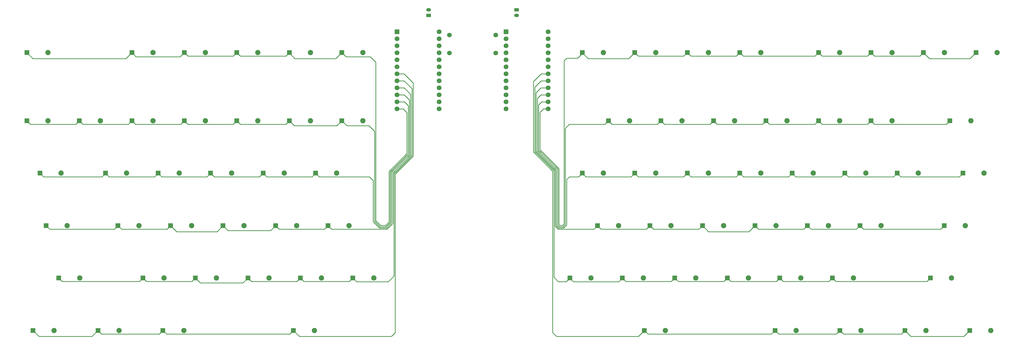
<source format=gbr>
%TF.GenerationSoftware,KiCad,Pcbnew,9.0.2*%
%TF.CreationDate,2025-05-23T00:15:24+09:00*%
%TF.ProjectId,jjongkbd,6a6a6f6e-676b-4626-942e-6b696361645f,0.1*%
%TF.SameCoordinates,Original*%
%TF.FileFunction,Copper,L1,Top*%
%TF.FilePolarity,Positive*%
%FSLAX46Y46*%
G04 Gerber Fmt 4.6, Leading zero omitted, Abs format (unit mm)*
G04 Created by KiCad (PCBNEW 9.0.2) date 2025-05-23 00:15:24*
%MOMM*%
%LPD*%
G01*
G04 APERTURE LIST*
G04 Aperture macros list*
%AMRoundRect*
0 Rectangle with rounded corners*
0 $1 Rounding radius*
0 $2 $3 $4 $5 $6 $7 $8 $9 X,Y pos of 4 corners*
0 Add a 4 corners polygon primitive as box body*
4,1,4,$2,$3,$4,$5,$6,$7,$8,$9,$2,$3,0*
0 Add four circle primitives for the rounded corners*
1,1,$1+$1,$2,$3*
1,1,$1+$1,$4,$5*
1,1,$1+$1,$6,$7*
1,1,$1+$1,$8,$9*
0 Add four rect primitives between the rounded corners*
20,1,$1+$1,$2,$3,$4,$5,0*
20,1,$1+$1,$4,$5,$6,$7,0*
20,1,$1+$1,$6,$7,$8,$9,0*
20,1,$1+$1,$8,$9,$2,$3,0*%
G04 Aperture macros list end*
%TA.AperFunction,ComponentPad*%
%ADD10R,1.778000X1.778000*%
%TD*%
%TA.AperFunction,ComponentPad*%
%ADD11C,1.905000*%
%TD*%
%TA.AperFunction,ComponentPad*%
%ADD12C,1.700000*%
%TD*%
%TA.AperFunction,ComponentPad*%
%ADD13RoundRect,0.240000X-0.635000X0.360000X-0.635000X-0.360000X0.635000X-0.360000X0.635000X0.360000X0*%
%TD*%
%TA.AperFunction,ComponentPad*%
%ADD14O,1.750000X1.200000*%
%TD*%
%TA.AperFunction,ComponentPad*%
%ADD15RoundRect,0.240000X0.635000X-0.360000X0.635000X0.360000X-0.635000X0.360000X-0.635000X-0.360000X0*%
%TD*%
%TA.AperFunction,ComponentPad*%
%ADD16R,1.752600X1.752600*%
%TD*%
%TA.AperFunction,ComponentPad*%
%ADD17C,1.752600*%
%TD*%
%TA.AperFunction,Conductor*%
%ADD18C,0.250000*%
%TD*%
G04 APERTURE END LIST*
D10*
%TO.P,D1,1*%
%TO.N,LR1*%
X34190000Y-62000000D03*
D11*
%TO.P,D1,2*%
%TO.N,function_esc*%
X41810000Y-62000000D03*
%TD*%
D10*
%TO.P,D2,1*%
%TO.N,LR1*%
X72190000Y-62000000D03*
D11*
%TO.P,D2,2*%
%TO.N,function_f1*%
X79810000Y-62000000D03*
%TD*%
D10*
%TO.P,D3,1*%
%TO.N,LR1*%
X91190000Y-62000000D03*
D11*
%TO.P,D3,2*%
%TO.N,function_f2*%
X98810000Y-62000000D03*
%TD*%
D10*
%TO.P,D4,1*%
%TO.N,LR1*%
X110190000Y-62000000D03*
D11*
%TO.P,D4,2*%
%TO.N,function_f3*%
X117810000Y-62000000D03*
%TD*%
D10*
%TO.P,D5,1*%
%TO.N,LR1*%
X129190000Y-62000000D03*
D11*
%TO.P,D5,2*%
%TO.N,function_f4*%
X136810000Y-62000000D03*
%TD*%
D10*
%TO.P,D6,1*%
%TO.N,LR1*%
X148190000Y-62000000D03*
D11*
%TO.P,D6,2*%
%TO.N,function_f5*%
X155810000Y-62000000D03*
%TD*%
D10*
%TO.P,D7,1*%
%TO.N,LR2*%
X34190000Y-86700000D03*
D11*
%TO.P,D7,2*%
%TO.N,num_tilda*%
X41810000Y-86700000D03*
%TD*%
D10*
%TO.P,D8,1*%
%TO.N,LR2*%
X53190000Y-86700000D03*
D11*
%TO.P,D8,2*%
%TO.N,num_one*%
X60810000Y-86700000D03*
%TD*%
D10*
%TO.P,D9,1*%
%TO.N,LR2*%
X72190000Y-86700000D03*
D11*
%TO.P,D9,2*%
%TO.N,num_two*%
X79810000Y-86700000D03*
%TD*%
D10*
%TO.P,D10,1*%
%TO.N,LR2*%
X91190000Y-86700000D03*
D11*
%TO.P,D10,2*%
%TO.N,num_three*%
X98810000Y-86700000D03*
%TD*%
D10*
%TO.P,D11,1*%
%TO.N,LR2*%
X110190000Y-86700000D03*
D11*
%TO.P,D11,2*%
%TO.N,num_four*%
X117810000Y-86700000D03*
%TD*%
D10*
%TO.P,D12,1*%
%TO.N,LR2*%
X129190000Y-86700000D03*
D11*
%TO.P,D12,2*%
%TO.N,num_five*%
X136810000Y-86700000D03*
%TD*%
D10*
%TO.P,D13,1*%
%TO.N,LR2*%
X148190000Y-86700000D03*
D11*
%TO.P,D13,2*%
%TO.N,num_six*%
X155810000Y-86700000D03*
%TD*%
D10*
%TO.P,D14,1*%
%TO.N,LR3*%
X38940000Y-105700000D03*
D11*
%TO.P,D14,2*%
%TO.N,top_tab*%
X46560000Y-105700000D03*
%TD*%
D10*
%TO.P,D15,1*%
%TO.N,LR3*%
X62690000Y-105700000D03*
D11*
%TO.P,D15,2*%
%TO.N,top_q*%
X70310000Y-105700000D03*
%TD*%
D10*
%TO.P,D16,1*%
%TO.N,LR3*%
X81690000Y-105700000D03*
D11*
%TO.P,D16,2*%
%TO.N,top_w*%
X89310000Y-105700000D03*
%TD*%
D10*
%TO.P,D17,1*%
%TO.N,LR3*%
X100690000Y-105700000D03*
D11*
%TO.P,D17,2*%
%TO.N,top_e*%
X108310000Y-105700000D03*
%TD*%
D10*
%TO.P,D18,1*%
%TO.N,LR3*%
X119690000Y-105700000D03*
D11*
%TO.P,D18,2*%
%TO.N,top_r*%
X127310000Y-105700000D03*
%TD*%
D10*
%TO.P,D19,1*%
%TO.N,LR3*%
X138690000Y-105700000D03*
D11*
%TO.P,D19,2*%
%TO.N,top_t*%
X146310000Y-105700000D03*
%TD*%
D10*
%TO.P,D20,1*%
%TO.N,LR4*%
X41190000Y-124700000D03*
D11*
%TO.P,D20,2*%
%TO.N,mid_caps*%
X48810000Y-124700000D03*
%TD*%
D10*
%TO.P,D21,1*%
%TO.N,LR4*%
X67190000Y-124700000D03*
D11*
%TO.P,D21,2*%
%TO.N,mid_a*%
X74810000Y-124700000D03*
%TD*%
D10*
%TO.P,D22,1*%
%TO.N,LR4*%
X86190000Y-124700000D03*
D11*
%TO.P,D22,2*%
%TO.N,mid_s*%
X93810000Y-124700000D03*
%TD*%
D10*
%TO.P,D23,1*%
%TO.N,LR4*%
X105190000Y-124700000D03*
D11*
%TO.P,D23,2*%
%TO.N,mid_d*%
X112810000Y-124700000D03*
%TD*%
D10*
%TO.P,D24,1*%
%TO.N,LR4*%
X124190000Y-124700000D03*
D11*
%TO.P,D24,2*%
%TO.N,mid_f*%
X131810000Y-124700000D03*
%TD*%
D10*
%TO.P,D25,1*%
%TO.N,LR4*%
X143190000Y-124700000D03*
D11*
%TO.P,D25,2*%
%TO.N,mid_g*%
X150810000Y-124700000D03*
%TD*%
D10*
%TO.P,D26,1*%
%TO.N,LR5*%
X45690000Y-143700000D03*
D11*
%TO.P,D26,2*%
%TO.N,bottom_shift*%
X53310000Y-143700000D03*
%TD*%
D10*
%TO.P,D27,1*%
%TO.N,LR5*%
X76190000Y-143700000D03*
D11*
%TO.P,D27,2*%
%TO.N,bottom_z*%
X83810000Y-143700000D03*
%TD*%
D10*
%TO.P,D28,1*%
%TO.N,LR5*%
X95190000Y-143700000D03*
D11*
%TO.P,D28,2*%
%TO.N,bottom_x*%
X102810000Y-143700000D03*
%TD*%
D10*
%TO.P,D29,1*%
%TO.N,LR5*%
X114190000Y-143700000D03*
D11*
%TO.P,D29,2*%
%TO.N,bottom_c*%
X121810000Y-143700000D03*
%TD*%
D10*
%TO.P,D30,1*%
%TO.N,LR5*%
X133190000Y-143700000D03*
D11*
%TO.P,D30,2*%
%TO.N,bottom_v*%
X140810000Y-143700000D03*
%TD*%
D10*
%TO.P,D31,1*%
%TO.N,LR5*%
X152190000Y-143700000D03*
D11*
%TO.P,D31,2*%
%TO.N,bottom_b*%
X159810000Y-143700000D03*
%TD*%
D10*
%TO.P,D32,1*%
%TO.N,LR6*%
X36440000Y-162700000D03*
D11*
%TO.P,D32,2*%
%TO.N,meta_ctrl*%
X44060000Y-162700000D03*
%TD*%
D10*
%TO.P,D33,1*%
%TO.N,LR6*%
X59940000Y-162700000D03*
D11*
%TO.P,D33,2*%
%TO.N,meta_win*%
X67560000Y-162700000D03*
%TD*%
D10*
%TO.P,D34,1*%
%TO.N,LR6*%
X83440000Y-162700000D03*
D11*
%TO.P,D34,2*%
%TO.N,meta_alt*%
X91060000Y-162700000D03*
%TD*%
D10*
%TO.P,D35,1*%
%TO.N,LR6*%
X130690000Y-162700000D03*
D11*
%TO.P,D35,2*%
%TO.N,meta_space*%
X138310000Y-162700000D03*
%TD*%
D10*
%TO.P,D36,1*%
%TO.N,RR6*%
X375440000Y-162700000D03*
D11*
%TO.P,D36,2*%
%TO.N,meta_ctrl_r*%
X383060000Y-162700000D03*
%TD*%
D10*
%TO.P,D37,1*%
%TO.N,RR6*%
X351940000Y-162700000D03*
D11*
%TO.P,D37,2*%
%TO.N,meta_meta*%
X359560000Y-162700000D03*
%TD*%
D10*
%TO.P,D38,1*%
%TO.N,RR6*%
X328440000Y-162700000D03*
D11*
%TO.P,D38,2*%
%TO.N,meta_fn*%
X336060000Y-162700000D03*
%TD*%
D10*
%TO.P,D39,1*%
%TO.N,RR6*%
X304940000Y-162700000D03*
D11*
%TO.P,D39,2*%
%TO.N,meta_alt_r*%
X312560000Y-162700000D03*
%TD*%
D10*
%TO.P,D40,1*%
%TO.N,RR6*%
X257690000Y-162700000D03*
D11*
%TO.P,D40,2*%
%TO.N,meta_space_r*%
X265310000Y-162700000D03*
%TD*%
D10*
%TO.P,D41,1*%
%TO.N,RR5*%
X361190000Y-143700000D03*
D11*
%TO.P,D41,2*%
%TO.N,bottom_shift_r*%
X368810000Y-143700000D03*
%TD*%
D10*
%TO.P,D42,1*%
%TO.N,RR5*%
X325690000Y-143700000D03*
D11*
%TO.P,D42,2*%
%TO.N,bottom_slash*%
X333310000Y-143700000D03*
%TD*%
D10*
%TO.P,D43,1*%
%TO.N,RR5*%
X306690000Y-143700000D03*
D11*
%TO.P,D43,2*%
%TO.N,bottom_period*%
X314310000Y-143700000D03*
%TD*%
D10*
%TO.P,D44,1*%
%TO.N,RR5*%
X287690000Y-143700000D03*
D11*
%TO.P,D44,2*%
%TO.N,bottom_comma*%
X295310000Y-143700000D03*
%TD*%
D10*
%TO.P,D45,1*%
%TO.N,RR5*%
X268690000Y-143700000D03*
D11*
%TO.P,D45,2*%
%TO.N,bottom_m*%
X276310000Y-143700000D03*
%TD*%
D10*
%TO.P,D46,1*%
%TO.N,RR5*%
X249690000Y-143700000D03*
D11*
%TO.P,D46,2*%
%TO.N,bottom_n*%
X257310000Y-143700000D03*
%TD*%
D10*
%TO.P,D47,1*%
%TO.N,RR5*%
X230690000Y-143700000D03*
D11*
%TO.P,D47,2*%
%TO.N,bottom_b_r*%
X238310000Y-143700000D03*
%TD*%
D10*
%TO.P,D48,1*%
%TO.N,RR4*%
X366190000Y-124700000D03*
D11*
%TO.P,D48,2*%
%TO.N,mid_enter*%
X373810000Y-124700000D03*
%TD*%
D10*
%TO.P,D49,1*%
%TO.N,RR4*%
X335690000Y-124700000D03*
D11*
%TO.P,D49,2*%
%TO.N,mid_quote*%
X343310000Y-124700000D03*
%TD*%
D10*
%TO.P,D50,1*%
%TO.N,RR4*%
X316690000Y-124700000D03*
D11*
%TO.P,D50,2*%
%TO.N,mid_colon*%
X324310000Y-124700000D03*
%TD*%
D10*
%TO.P,D51,1*%
%TO.N,RR4*%
X297690000Y-124700000D03*
D11*
%TO.P,D51,2*%
%TO.N,mid_l*%
X305310000Y-124700000D03*
%TD*%
D10*
%TO.P,D52,1*%
%TO.N,RR4*%
X278690000Y-124700000D03*
D11*
%TO.P,D52,2*%
%TO.N,mid_k*%
X286310000Y-124700000D03*
%TD*%
D10*
%TO.P,D53,1*%
%TO.N,RR4*%
X259690000Y-124700000D03*
D11*
%TO.P,D53,2*%
%TO.N,mid_j*%
X267310000Y-124700000D03*
%TD*%
D10*
%TO.P,D54,1*%
%TO.N,RR4*%
X240690000Y-124700000D03*
D11*
%TO.P,D54,2*%
%TO.N,mid_h*%
X248310000Y-124700000D03*
%TD*%
D10*
%TO.P,D55,1*%
%TO.N,RR3*%
X372940000Y-105700000D03*
D11*
%TO.P,D55,2*%
%TO.N,top_pipe*%
X380560000Y-105700000D03*
%TD*%
D10*
%TO.P,D56,1*%
%TO.N,RR3*%
X349190000Y-105700000D03*
D11*
%TO.P,D56,2*%
%TO.N,top_right_paren*%
X356810000Y-105700000D03*
%TD*%
D10*
%TO.P,D57,1*%
%TO.N,RR3*%
X330190000Y-105700000D03*
D11*
%TO.P,D57,2*%
%TO.N,top_left_paren*%
X337810000Y-105700000D03*
%TD*%
D10*
%TO.P,D58,1*%
%TO.N,RR3*%
X311190000Y-105700000D03*
D11*
%TO.P,D58,2*%
%TO.N,top_p*%
X318810000Y-105700000D03*
%TD*%
D10*
%TO.P,D59,1*%
%TO.N,RR3*%
X292190000Y-105700000D03*
D11*
%TO.P,D59,2*%
%TO.N,top_o*%
X299810000Y-105700000D03*
%TD*%
D10*
%TO.P,D60,1*%
%TO.N,RR3*%
X273190000Y-105700000D03*
D11*
%TO.P,D60,2*%
%TO.N,top_i*%
X280810000Y-105700000D03*
%TD*%
D10*
%TO.P,D61,1*%
%TO.N,RR3*%
X254190000Y-105700000D03*
D11*
%TO.P,D61,2*%
%TO.N,top_u*%
X261810000Y-105700000D03*
%TD*%
D10*
%TO.P,D62,1*%
%TO.N,RR3*%
X235190000Y-105700000D03*
D11*
%TO.P,D62,2*%
%TO.N,top_y*%
X242810000Y-105700000D03*
%TD*%
D10*
%TO.P,D63,1*%
%TO.N,RR2*%
X368190000Y-86700000D03*
D11*
%TO.P,D63,2*%
%TO.N,num_backspace*%
X375810000Y-86700000D03*
%TD*%
D10*
%TO.P,D64,1*%
%TO.N,RR2*%
X339690000Y-86700000D03*
D11*
%TO.P,D64,2*%
%TO.N,num_plus*%
X347310000Y-86700000D03*
%TD*%
D10*
%TO.P,D65,1*%
%TO.N,RR2*%
X320690000Y-86700000D03*
D11*
%TO.P,D65,2*%
%TO.N,num_minus*%
X328310000Y-86700000D03*
%TD*%
D10*
%TO.P,D66,1*%
%TO.N,RR2*%
X301690000Y-86700000D03*
D11*
%TO.P,D66,2*%
%TO.N,num_zero*%
X309310000Y-86700000D03*
%TD*%
D10*
%TO.P,D67,1*%
%TO.N,RR2*%
X282690000Y-86700000D03*
D11*
%TO.P,D67,2*%
%TO.N,num_nine*%
X290310000Y-86700000D03*
%TD*%
D10*
%TO.P,D68,1*%
%TO.N,RR2*%
X263690000Y-86700000D03*
D11*
%TO.P,D68,2*%
%TO.N,num_eight*%
X271310000Y-86700000D03*
%TD*%
D10*
%TO.P,D69,1*%
%TO.N,RR2*%
X244690000Y-86700000D03*
D11*
%TO.P,D69,2*%
%TO.N,num_seven*%
X252310000Y-86700000D03*
%TD*%
D10*
%TO.P,D70,1*%
%TO.N,RR1*%
X377690000Y-62000000D03*
D11*
%TO.P,D70,2*%
%TO.N,function_f12*%
X385310000Y-62000000D03*
%TD*%
D10*
%TO.P,D71,1*%
%TO.N,RR1*%
X358690000Y-62000000D03*
D11*
%TO.P,D71,2*%
%TO.N,function_f11*%
X366310000Y-62000000D03*
%TD*%
D10*
%TO.P,D72,1*%
%TO.N,RR1*%
X339690000Y-62000000D03*
D11*
%TO.P,D72,2*%
%TO.N,function_f10*%
X347310000Y-62000000D03*
%TD*%
D10*
%TO.P,D73,1*%
%TO.N,RR1*%
X320690000Y-62000000D03*
D11*
%TO.P,D73,2*%
%TO.N,function_f9*%
X328310000Y-62000000D03*
%TD*%
D10*
%TO.P,D74,1*%
%TO.N,RR1*%
X292190000Y-62000000D03*
D11*
%TO.P,D74,2*%
%TO.N,function_f8*%
X299810000Y-62000000D03*
%TD*%
D10*
%TO.P,D75,1*%
%TO.N,RR1*%
X273190000Y-62000000D03*
D11*
%TO.P,D75,2*%
%TO.N,function_f7*%
X280810000Y-62000000D03*
%TD*%
D10*
%TO.P,D76,1*%
%TO.N,RR1*%
X254190000Y-62000000D03*
D11*
%TO.P,D76,2*%
%TO.N,function_f6*%
X261810000Y-62000000D03*
%TD*%
D10*
%TO.P,D77,1*%
%TO.N,RR1*%
X235190000Y-62000000D03*
D11*
%TO.P,D77,2*%
%TO.N,function_f5_r*%
X242810000Y-62000000D03*
%TD*%
D12*
%TO.P,RST1,2*%
%TO.N,LGND*%
X187150000Y-62150000D03*
%TO.P,RST1,1*%
%TO.N,LRST*%
X187150000Y-55650000D03*
%TD*%
%TO.P,RST2,2*%
%TO.N,RGND*%
X203850000Y-62150000D03*
%TO.P,RST2,1*%
%TO.N,RRST*%
X203850000Y-55650000D03*
%TD*%
D13*
%TO.P,JST1,1*%
%TO.N,LGND*%
X179550000Y-48500000D03*
D14*
%TO.P,JST1,2*%
%TO.N,LBAT*%
X179550000Y-46500000D03*
%TD*%
D15*
%TO.P,JST2,1*%
%TO.N,RGND*%
X211450000Y-46500000D03*
D14*
%TO.P,JST2,2*%
%TO.N,RBAT*%
X211450000Y-48500000D03*
%TD*%
D16*
%TO.P,MCU1,1*%
%TO.N,LRAW*%
X168130000Y-54430000D03*
D17*
%TO.P,MCU1,2*%
%TO.N,LGND*%
X168130000Y-56970000D03*
%TO.P,MCU1,3*%
%TO.N,LRST*%
X168130000Y-59510000D03*
%TO.P,MCU1,4*%
%TO.N,LVCC*%
X168130000Y-62050000D03*
%TO.P,MCU1,5*%
%TO.N,LP21*%
X168130000Y-64590000D03*
%TO.P,MCU1,6*%
%TO.N,LP20*%
X168130000Y-67130000D03*
%TO.P,MCU1,7*%
%TO.N,LR6*%
X168130000Y-69670000D03*
%TO.P,MCU1,8*%
%TO.N,LR5*%
X168130000Y-72210000D03*
%TO.P,MCU1,9*%
%TO.N,LR4*%
X168130000Y-74750000D03*
%TO.P,MCU1,10*%
%TO.N,LR3*%
X168130000Y-77290000D03*
%TO.P,MCU1,11*%
%TO.N,LR2*%
X168130000Y-79830000D03*
%TO.P,MCU1,12*%
%TO.N,LR1*%
X168130000Y-82370000D03*
%TO.P,MCU1,13*%
%TO.N,LP1*%
X183370000Y-54430000D03*
%TO.P,MCU1,14*%
%TO.N,LP0*%
X183370000Y-56970000D03*
%TO.P,MCU1,15*%
%TO.N,LGND*%
X183370000Y-59510000D03*
%TO.P,MCU1,16*%
X183370000Y-62050000D03*
%TO.P,MCU1,17*%
%TO.N,LP2*%
X183370000Y-64590000D03*
%TO.P,MCU1,18*%
%TO.N,LC7*%
X183370000Y-67130000D03*
%TO.P,MCU1,19*%
%TO.N,LC6*%
X183370000Y-69670000D03*
%TO.P,MCU1,20*%
%TO.N,LC5*%
X183370000Y-72210000D03*
%TO.P,MCU1,21*%
%TO.N,LC4*%
X183370000Y-74750000D03*
%TO.P,MCU1,22*%
%TO.N,LC3*%
X183370000Y-77290000D03*
%TO.P,MCU1,23*%
%TO.N,LC2*%
X183370000Y-79830000D03*
%TO.P,MCU1,24*%
%TO.N,LC1*%
X183370000Y-82370000D03*
%TD*%
D16*
%TO.P,MCU2,1*%
%TO.N,RRAW*%
X207630000Y-54430000D03*
D17*
%TO.P,MCU2,2*%
%TO.N,RGND*%
X207630000Y-56970000D03*
%TO.P,MCU2,3*%
%TO.N,RRST*%
X207630000Y-59510000D03*
%TO.P,MCU2,4*%
%TO.N,RVCC*%
X207630000Y-62050000D03*
%TO.P,MCU2,5*%
%TO.N,RC1*%
X207630000Y-64590000D03*
%TO.P,MCU2,6*%
%TO.N,RC2*%
X207630000Y-67130000D03*
%TO.P,MCU2,7*%
%TO.N,RC3*%
X207630000Y-69670000D03*
%TO.P,MCU2,8*%
%TO.N,RC4*%
X207630000Y-72210000D03*
%TO.P,MCU2,9*%
%TO.N,RC5*%
X207630000Y-74750000D03*
%TO.P,MCU2,10*%
%TO.N,RC6*%
X207630000Y-77290000D03*
%TO.P,MCU2,11*%
%TO.N,RC7*%
X207630000Y-79830000D03*
%TO.P,MCU2,12*%
%TO.N,RC8*%
X207630000Y-82370000D03*
%TO.P,MCU2,13*%
%TO.N,RP1*%
X222870000Y-54430000D03*
%TO.P,MCU2,14*%
%TO.N,RP0*%
X222870000Y-56970000D03*
%TO.P,MCU2,15*%
%TO.N,RGND*%
X222870000Y-59510000D03*
%TO.P,MCU2,16*%
X222870000Y-62050000D03*
%TO.P,MCU2,17*%
%TO.N,RP2*%
X222870000Y-64590000D03*
%TO.P,MCU2,18*%
%TO.N,RP3*%
X222870000Y-67130000D03*
%TO.P,MCU2,19*%
%TO.N,RR6*%
X222870000Y-69670000D03*
%TO.P,MCU2,20*%
%TO.N,RR5*%
X222870000Y-72210000D03*
%TO.P,MCU2,21*%
%TO.N,RR4*%
X222870000Y-74750000D03*
%TO.P,MCU2,22*%
%TO.N,RR3*%
X222870000Y-77290000D03*
%TO.P,MCU2,23*%
%TO.N,RR2*%
X222870000Y-79830000D03*
%TO.P,MCU2,24*%
%TO.N,RR1*%
X222870000Y-82370000D03*
%TD*%
D18*
%TO.N,RR1*%
X235190000Y-62000000D02*
X235190000Y-62310000D01*
X235190000Y-62310000D02*
X233500000Y-64000000D01*
X228598000Y-64902000D02*
X228598000Y-124126380D01*
X228077380Y-124647000D02*
X227147000Y-124647000D01*
X229500000Y-64000000D02*
X228598000Y-64902000D01*
X228598000Y-124126380D02*
X228077380Y-124647000D01*
X226755000Y-104065950D02*
X219853000Y-97163950D01*
X227147000Y-124647000D02*
X226755000Y-124255000D01*
X221130000Y-82370000D02*
X222870000Y-82370000D01*
X226755000Y-124255000D02*
X226755000Y-104065950D01*
X219853000Y-97163950D02*
X219853000Y-83647000D01*
X233500000Y-64000000D02*
X229500000Y-64000000D01*
X219853000Y-83647000D02*
X221130000Y-82370000D01*
%TO.N,RR3*%
X222870000Y-77290000D02*
X220210000Y-77290000D01*
X229500000Y-108000000D02*
X230500000Y-107000000D01*
X233890000Y-107000000D02*
X235190000Y-105700000D01*
X218951000Y-78549000D02*
X218951000Y-97537570D01*
X220210000Y-77290000D02*
X218951000Y-78549000D01*
X225853000Y-104439570D02*
X225853000Y-124715190D01*
X225853000Y-124715190D02*
X226686810Y-125549000D01*
X226686810Y-125549000D02*
X228451000Y-125549000D01*
X218951000Y-97537570D02*
X225853000Y-104439570D01*
X228451000Y-125549000D02*
X229500000Y-124500000D01*
X229500000Y-124500000D02*
X229500000Y-108000000D01*
X230500000Y-107000000D02*
X233890000Y-107000000D01*
%TO.N,RR2*%
X222870000Y-79830000D02*
X220494971Y-79830000D01*
X226304000Y-124528380D02*
X226873620Y-125098000D01*
X226873620Y-125098000D02*
X228264190Y-125098000D01*
X219402000Y-97350760D02*
X226304000Y-104252760D01*
X226304000Y-104252760D02*
X226304000Y-124528380D01*
X220494971Y-79830000D02*
X219402000Y-80922971D01*
X228264190Y-125098000D02*
X229049000Y-124313190D01*
X229049000Y-124313190D02*
X229049000Y-89451000D01*
X229049000Y-89451000D02*
X230500000Y-88000000D01*
X219402000Y-80922971D02*
X219402000Y-97350760D01*
X230500000Y-88000000D02*
X243390000Y-88000000D01*
X243390000Y-88000000D02*
X244690000Y-86700000D01*
%TO.N,RR4*%
X222870000Y-74750000D02*
X220250000Y-74750000D01*
X220250000Y-74750000D02*
X218451000Y-76549000D01*
X218451000Y-76549000D02*
X218451000Y-97675380D01*
X218451000Y-97675380D02*
X225402000Y-104626380D01*
X225402000Y-104626380D02*
X225402000Y-124902000D01*
X225402000Y-124902000D02*
X226500000Y-126000000D01*
X226500000Y-126000000D02*
X239390000Y-126000000D01*
X239390000Y-126000000D02*
X240690000Y-124700000D01*
%TO.N,RR5*%
X229390000Y-145000000D02*
X226500000Y-145000000D01*
X226500000Y-145000000D02*
X224951000Y-143451000D01*
X224951000Y-143451000D02*
X224951000Y-104813190D01*
X218000000Y-97862190D02*
X218000000Y-74500000D01*
X224951000Y-104813190D02*
X218000000Y-97862190D01*
X230690000Y-143700000D02*
X229390000Y-145000000D01*
X218000000Y-74500000D02*
X220290000Y-72210000D01*
X220290000Y-72210000D02*
X222870000Y-72210000D01*
%TO.N,RR6*%
X222870000Y-69670000D02*
X220330000Y-69670000D01*
X217500000Y-72500000D02*
X217500000Y-98000000D01*
X220330000Y-69670000D02*
X217500000Y-72500000D01*
X225876000Y-164876000D02*
X255514000Y-164876000D01*
X224500000Y-105000000D02*
X224500000Y-163500000D01*
X255514000Y-164876000D02*
X257690000Y-162700000D01*
X217500000Y-98000000D02*
X224500000Y-105000000D01*
X224500000Y-163500000D02*
X225876000Y-164876000D01*
%TO.N,RR1*%
X222630000Y-82370000D02*
X222500000Y-82500000D01*
%TO.N,RR6*%
X351940000Y-162700000D02*
X354116000Y-164876000D01*
X354116000Y-164876000D02*
X373264000Y-164876000D01*
X373264000Y-164876000D02*
X375440000Y-162700000D01*
X328440000Y-162700000D02*
X329718500Y-163978500D01*
X329718500Y-163978500D02*
X350661500Y-163978500D01*
X350661500Y-163978500D02*
X351940000Y-162700000D01*
X304940000Y-162700000D02*
X306218500Y-163978500D01*
X306218500Y-163978500D02*
X327161500Y-163978500D01*
X327161500Y-163978500D02*
X328440000Y-162700000D01*
X257690000Y-162700000D02*
X258990000Y-164000000D01*
X258990000Y-164000000D02*
X303640000Y-164000000D01*
X303640000Y-164000000D02*
X304940000Y-162700000D01*
%TO.N,RR5*%
X325690000Y-143700000D02*
X326968500Y-144978500D01*
X326968500Y-144978500D02*
X359911500Y-144978500D01*
X359911500Y-144978500D02*
X361190000Y-143700000D01*
X306690000Y-143700000D02*
X307968500Y-144978500D01*
X324411500Y-144978500D02*
X325690000Y-143700000D01*
X307968500Y-144978500D02*
X324411500Y-144978500D01*
X287690000Y-143700000D02*
X288968500Y-144978500D01*
X288968500Y-144978500D02*
X305411500Y-144978500D01*
X305411500Y-144978500D02*
X306690000Y-143700000D01*
X268690000Y-143700000D02*
X269968500Y-144978500D01*
X286411500Y-144978500D02*
X287690000Y-143700000D01*
X269968500Y-144978500D02*
X286411500Y-144978500D01*
X249690000Y-143700000D02*
X250968500Y-144978500D01*
X267411500Y-144978500D02*
X268690000Y-143700000D01*
X250968500Y-144978500D02*
X267411500Y-144978500D01*
X230690000Y-143700000D02*
X231990000Y-145000000D01*
X231990000Y-145000000D02*
X248390000Y-145000000D01*
X248390000Y-145000000D02*
X249690000Y-143700000D01*
%TO.N,RR4*%
X278690000Y-124700000D02*
X280866000Y-126876000D01*
X280866000Y-126876000D02*
X295514000Y-126876000D01*
X295514000Y-126876000D02*
X297690000Y-124700000D01*
X259690000Y-124700000D02*
X260968500Y-125978500D01*
X260968500Y-125978500D02*
X277411500Y-125978500D01*
X277411500Y-125978500D02*
X278690000Y-124700000D01*
X259690000Y-124700000D02*
X258411500Y-125978500D01*
X258411500Y-125978500D02*
X241968500Y-125978500D01*
X241968500Y-125978500D02*
X240690000Y-124700000D01*
X297690000Y-124700000D02*
X298968500Y-125978500D01*
X298968500Y-125978500D02*
X315411500Y-125978500D01*
X315411500Y-125978500D02*
X316690000Y-124700000D01*
X316690000Y-124700000D02*
X317990000Y-126000000D01*
X317990000Y-126000000D02*
X334390000Y-126000000D01*
X334390000Y-126000000D02*
X335690000Y-124700000D01*
X335690000Y-124700000D02*
X336968500Y-125978500D01*
X336968500Y-125978500D02*
X364911500Y-125978500D01*
X364911500Y-125978500D02*
X366190000Y-124700000D01*
%TO.N,RR3*%
X349190000Y-105700000D02*
X350468500Y-106978500D01*
X350468500Y-106978500D02*
X371661500Y-106978500D01*
X371661500Y-106978500D02*
X372940000Y-105700000D01*
X330190000Y-105700000D02*
X331468500Y-106978500D01*
X331468500Y-106978500D02*
X347911500Y-106978500D01*
X347911500Y-106978500D02*
X349190000Y-105700000D01*
X311190000Y-105700000D02*
X312468500Y-106978500D01*
X312468500Y-106978500D02*
X328911500Y-106978500D01*
X328911500Y-106978500D02*
X330190000Y-105700000D01*
X292190000Y-105700000D02*
X293468500Y-106978500D01*
X293468500Y-106978500D02*
X309911500Y-106978500D01*
X309911500Y-106978500D02*
X311190000Y-105700000D01*
X273190000Y-105700000D02*
X274468500Y-106978500D01*
X274468500Y-106978500D02*
X290911500Y-106978500D01*
X290911500Y-106978500D02*
X292190000Y-105700000D01*
X254190000Y-105700000D02*
X255468500Y-106978500D01*
X255468500Y-106978500D02*
X271911500Y-106978500D01*
X271911500Y-106978500D02*
X273190000Y-105700000D01*
X235190000Y-105700000D02*
X236468500Y-106978500D01*
X236468500Y-106978500D02*
X252911500Y-106978500D01*
X252911500Y-106978500D02*
X254190000Y-105700000D01*
%TO.N,RR2*%
X263690000Y-86700000D02*
X262411500Y-87978500D01*
X262411500Y-87978500D02*
X245968500Y-87978500D01*
X245968500Y-87978500D02*
X244690000Y-86700000D01*
X282690000Y-86700000D02*
X281411500Y-87978500D01*
X281411500Y-87978500D02*
X264968500Y-87978500D01*
X264968500Y-87978500D02*
X263690000Y-86700000D01*
X301690000Y-86700000D02*
X300411500Y-87978500D01*
X283968500Y-87978500D02*
X282690000Y-86700000D01*
X300411500Y-87978500D02*
X283968500Y-87978500D01*
X320690000Y-86700000D02*
X319411500Y-87978500D01*
X319411500Y-87978500D02*
X302968500Y-87978500D01*
X302968500Y-87978500D02*
X301690000Y-86700000D01*
X339690000Y-86700000D02*
X338411500Y-87978500D01*
X338411500Y-87978500D02*
X321968500Y-87978500D01*
X321968500Y-87978500D02*
X320690000Y-86700000D01*
X368190000Y-86700000D02*
X366911500Y-87978500D01*
X366911500Y-87978500D02*
X340968500Y-87978500D01*
X340968500Y-87978500D02*
X339690000Y-86700000D01*
%TO.N,RR1*%
X358690000Y-62000000D02*
X360866000Y-64176000D01*
X360866000Y-64176000D02*
X375514000Y-64176000D01*
X375514000Y-64176000D02*
X377690000Y-62000000D01*
X339690000Y-62000000D02*
X340968500Y-63278500D01*
X340968500Y-63278500D02*
X357411500Y-63278500D01*
X357411500Y-63278500D02*
X358690000Y-62000000D01*
X320690000Y-62000000D02*
X321968500Y-63278500D01*
X321968500Y-63278500D02*
X338411500Y-63278500D01*
X338411500Y-63278500D02*
X339690000Y-62000000D01*
X292190000Y-62000000D02*
X293468500Y-63278500D01*
X293468500Y-63278500D02*
X319411500Y-63278500D01*
X319411500Y-63278500D02*
X320690000Y-62000000D01*
X273190000Y-62000000D02*
X274468500Y-63278500D01*
X274468500Y-63278500D02*
X290911500Y-63278500D01*
X290911500Y-63278500D02*
X292190000Y-62000000D01*
X254190000Y-62000000D02*
X255468500Y-63278500D01*
X255468500Y-63278500D02*
X271911500Y-63278500D01*
X271911500Y-63278500D02*
X273190000Y-62000000D01*
X235190000Y-62000000D02*
X237366000Y-64176000D01*
X237366000Y-64176000D02*
X252014000Y-64176000D01*
X252014000Y-64176000D02*
X254190000Y-62000000D01*
%TO.N,LR1*%
X165245000Y-123341570D02*
X165245000Y-105065950D01*
X158500000Y-63500000D02*
X160451000Y-65451000D01*
X160451000Y-122922620D02*
X162175380Y-124647000D01*
X148190000Y-62000000D02*
X149690000Y-63500000D01*
X160451000Y-65451000D02*
X160451000Y-122922620D01*
X162175380Y-124647000D02*
X163939570Y-124647000D01*
X163939570Y-124647000D02*
X165245000Y-123341570D01*
X149690000Y-63500000D02*
X158500000Y-63500000D01*
X171745000Y-98565950D02*
X171745000Y-83745000D01*
X170370000Y-82370000D02*
X168130000Y-82370000D01*
X165245000Y-105065950D02*
X171745000Y-98565950D01*
X171745000Y-83745000D02*
X170370000Y-82370000D01*
%TO.N,LR6*%
X83440000Y-162700000D02*
X84718500Y-163978500D01*
X84718500Y-163978500D02*
X129411500Y-163978500D01*
X129411500Y-163978500D02*
X130690000Y-162700000D01*
X59940000Y-162700000D02*
X61218500Y-163978500D01*
X61218500Y-163978500D02*
X82161500Y-163978500D01*
X82161500Y-163978500D02*
X83440000Y-162700000D01*
X36440000Y-162700000D02*
X38616000Y-164876000D01*
X57764000Y-164876000D02*
X59940000Y-162700000D01*
X38616000Y-164876000D02*
X57764000Y-164876000D01*
%TO.N,LR5*%
X45690000Y-143700000D02*
X46968500Y-144978500D01*
X46968500Y-144978500D02*
X74911500Y-144978500D01*
X74911500Y-144978500D02*
X76190000Y-143700000D01*
X76190000Y-143700000D02*
X77468500Y-144978500D01*
X77468500Y-144978500D02*
X93911500Y-144978500D01*
X93911500Y-144978500D02*
X95190000Y-143700000D01*
X95190000Y-143700000D02*
X96990000Y-145500000D01*
X112390000Y-145500000D02*
X114190000Y-143700000D01*
X96990000Y-145500000D02*
X112390000Y-145500000D01*
X114190000Y-143700000D02*
X115468500Y-144978500D01*
X115468500Y-144978500D02*
X131911500Y-144978500D01*
X131911500Y-144978500D02*
X133190000Y-143700000D01*
X133190000Y-143700000D02*
X134468500Y-144978500D01*
X134468500Y-144978500D02*
X150911500Y-144978500D01*
X150911500Y-144978500D02*
X152190000Y-143700000D01*
%TO.N,LR4*%
X41190000Y-124700000D02*
X42468500Y-125978500D01*
X42468500Y-125978500D02*
X65911500Y-125978500D01*
X65911500Y-125978500D02*
X67190000Y-124700000D01*
X67190000Y-124700000D02*
X68468500Y-125978500D01*
X84911500Y-125978500D02*
X86190000Y-124700000D01*
X68468500Y-125978500D02*
X84911500Y-125978500D01*
X86190000Y-124700000D02*
X88366000Y-126876000D01*
X88366000Y-126876000D02*
X103014000Y-126876000D01*
X103014000Y-126876000D02*
X105190000Y-124700000D01*
X105190000Y-124700000D02*
X106990000Y-126500000D01*
X106990000Y-126500000D02*
X122390000Y-126500000D01*
X122390000Y-126500000D02*
X124190000Y-124700000D01*
X124190000Y-124700000D02*
X125468500Y-125978500D01*
X125468500Y-125978500D02*
X141911500Y-125978500D01*
X141911500Y-125978500D02*
X143190000Y-124700000D01*
%TO.N,LR3*%
X38940000Y-105700000D02*
X40218500Y-106978500D01*
X40218500Y-106978500D02*
X61411500Y-106978500D01*
X61411500Y-106978500D02*
X62690000Y-105700000D01*
X62690000Y-105700000D02*
X63968500Y-106978500D01*
X63968500Y-106978500D02*
X80411500Y-106978500D01*
X80411500Y-106978500D02*
X81690000Y-105700000D01*
X81690000Y-105700000D02*
X82968500Y-106978500D01*
X99411500Y-106978500D02*
X100690000Y-105700000D01*
X82968500Y-106978500D02*
X99411500Y-106978500D01*
X100690000Y-105700000D02*
X101990000Y-107000000D01*
X101990000Y-107000000D02*
X118390000Y-107000000D01*
X118390000Y-107000000D02*
X119690000Y-105700000D01*
%TO.N,LR2*%
X34190000Y-86700000D02*
X35490000Y-88000000D01*
X35490000Y-88000000D02*
X51890000Y-88000000D01*
X51890000Y-88000000D02*
X53190000Y-86700000D01*
X53190000Y-86700000D02*
X54468500Y-87978500D01*
X54468500Y-87978500D02*
X70911500Y-87978500D01*
X70911500Y-87978500D02*
X72190000Y-86700000D01*
X72190000Y-86700000D02*
X73468500Y-87978500D01*
X73468500Y-87978500D02*
X89911500Y-87978500D01*
X89911500Y-87978500D02*
X91190000Y-86700000D01*
%TO.N,LR1*%
X72190000Y-62000000D02*
X73690000Y-63500000D01*
X89690000Y-63500000D02*
X91190000Y-62000000D01*
X73690000Y-63500000D02*
X89690000Y-63500000D01*
X34190000Y-62000000D02*
X36366000Y-64176000D01*
X70014000Y-64176000D02*
X72190000Y-62000000D01*
X36366000Y-64176000D02*
X70014000Y-64176000D01*
%TO.N,LR2*%
X110190000Y-86700000D02*
X111468500Y-87978500D01*
X111468500Y-87978500D02*
X127911500Y-87978500D01*
X127911500Y-87978500D02*
X129190000Y-86700000D01*
X91190000Y-86700000D02*
X92468500Y-87978500D01*
X108911500Y-87978500D02*
X110190000Y-86700000D01*
X92468500Y-87978500D02*
X108911500Y-87978500D01*
%TO.N,LR1*%
X91190000Y-62000000D02*
X92468500Y-63278500D01*
X92468500Y-63278500D02*
X108911500Y-63278500D01*
X108911500Y-63278500D02*
X110190000Y-62000000D01*
X110190000Y-62000000D02*
X111468500Y-63278500D01*
X111468500Y-63278500D02*
X127911500Y-63278500D01*
X127911500Y-63278500D02*
X129190000Y-62000000D01*
X129190000Y-62000000D02*
X129000000Y-62000000D01*
X131176000Y-64176000D02*
X146014000Y-64176000D01*
X129000000Y-62000000D02*
X131176000Y-64176000D01*
X146014000Y-64176000D02*
X148190000Y-62000000D01*
%TO.N,LR6*%
X130690000Y-162700000D02*
X132866000Y-164876000D01*
X132866000Y-164876000D02*
X166124000Y-164876000D01*
X167500000Y-163500000D02*
X167500000Y-106000000D01*
X166124000Y-164876000D02*
X167500000Y-163500000D01*
X167500000Y-106000000D02*
X174000000Y-99500000D01*
X174000000Y-99500000D02*
X174000000Y-73000000D01*
X174000000Y-73000000D02*
X170670000Y-69670000D01*
X170670000Y-69670000D02*
X168130000Y-69670000D01*
%TO.N,LR2*%
X150000000Y-88500000D02*
X158000000Y-88500000D01*
X158000000Y-88500000D02*
X160000000Y-90500000D01*
X148190000Y-86700000D02*
X148200000Y-86700000D01*
X160000000Y-123109430D02*
X161988570Y-125098000D01*
X164126380Y-125098000D02*
X165696000Y-123528380D01*
X160000000Y-90500000D02*
X160000000Y-123109430D01*
X161988570Y-125098000D02*
X164126380Y-125098000D01*
X165696000Y-123528380D02*
X165696000Y-105252760D01*
X165696000Y-105252760D02*
X172196000Y-98752760D01*
X172196000Y-98752760D02*
X172196000Y-81196000D01*
X148200000Y-86700000D02*
X150000000Y-88500000D01*
X172196000Y-81196000D02*
X170830000Y-79830000D01*
X170830000Y-79830000D02*
X168130000Y-79830000D01*
%TO.N,LR3*%
X138690000Y-105700000D02*
X139968500Y-106978500D01*
X158133385Y-106978500D02*
X159549000Y-108394115D01*
X139968500Y-106978500D02*
X158133385Y-106978500D01*
X161801760Y-125549000D02*
X164313190Y-125549000D01*
X159549000Y-108394115D02*
X159549000Y-123296240D01*
X170790000Y-77290000D02*
X168130000Y-77290000D01*
X164313190Y-125549000D02*
X166147000Y-123715190D01*
X172647000Y-98939570D02*
X172647000Y-79147000D01*
X166147000Y-105439570D02*
X172647000Y-98939570D01*
X172647000Y-79147000D02*
X170790000Y-77290000D01*
X159549000Y-123296240D02*
X161801760Y-125549000D01*
X166147000Y-123715190D02*
X166147000Y-105439570D01*
X119690000Y-105700000D02*
X120968500Y-106978500D01*
X120968500Y-106978500D02*
X137411500Y-106978500D01*
X137411500Y-106978500D02*
X138690000Y-105700000D01*
%TO.N,LR2*%
X148190000Y-86700000D02*
X146390000Y-88500000D01*
X146390000Y-88500000D02*
X130990000Y-88500000D01*
X130990000Y-88500000D02*
X129190000Y-86700000D01*
%TO.N,LR4*%
X143190000Y-124700000D02*
X144490000Y-126000000D01*
X144490000Y-126000000D02*
X164500000Y-126000000D01*
X166598000Y-123902000D02*
X166598000Y-105626380D01*
X164500000Y-126000000D02*
X166598000Y-123902000D01*
X166598000Y-105626380D02*
X173098000Y-99126380D01*
X173098000Y-99126380D02*
X173098000Y-77098000D01*
X173098000Y-77098000D02*
X170750000Y-74750000D01*
X170750000Y-74750000D02*
X168130000Y-74750000D01*
%TO.N,LR5*%
X152190000Y-143700000D02*
X152200000Y-143700000D01*
X173549000Y-99313190D02*
X173549000Y-75049000D01*
X170710000Y-72210000D02*
X168130000Y-72210000D01*
X152200000Y-143700000D02*
X153500000Y-145000000D01*
X165000000Y-145000000D02*
X167049000Y-142951000D01*
X153500000Y-145000000D02*
X165000000Y-145000000D01*
X167049000Y-142951000D02*
X167049000Y-105813190D01*
X167049000Y-105813190D02*
X173549000Y-99313190D01*
X173549000Y-75049000D02*
X170710000Y-72210000D01*
%TD*%
M02*

</source>
